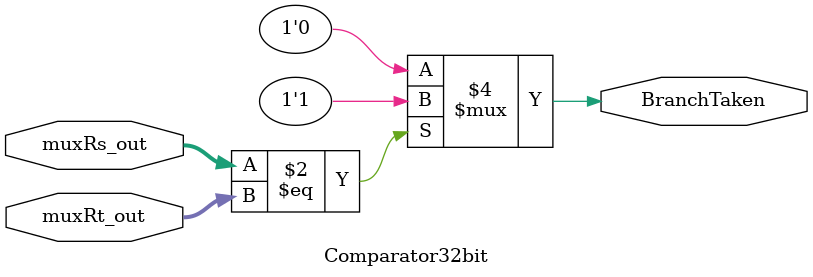
<source format=v>

module Comparator32bit(muxRs_out, muxRt_out,BranchTaken);
parameter word_size=32;
input [word_size-1:0] muxRs_out, muxRt_out;
output reg BranchTaken;

always@(*)
	begin
	if(muxRs_out == muxRt_out) begin
		BranchTaken = 1;
		end
	else
	begin
		BranchTaken = 0;
   end
end
		
		

endmodule

</source>
